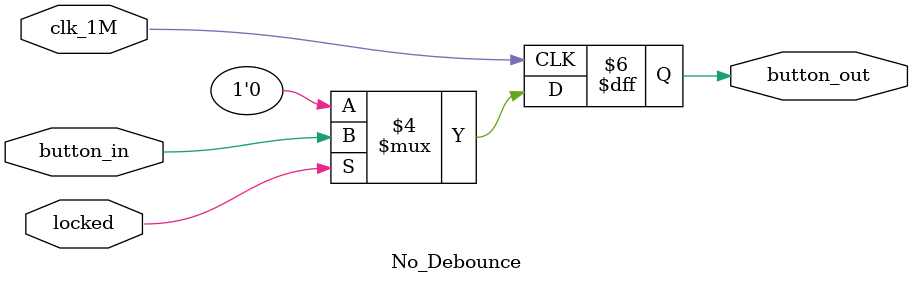
<source format=v>
module No_Debounce(
    input  clk_1M,      // clk is 1 MHz, 1 µs
    input  locked,      // Clocking Wizard, locked = 0 is unsafe, locked = 1 is safe
    input button_in,
    output reg button_out
);

    always@(posedge clk_1M) begin
        if(!locked)
            button_out <= 8'd0;
        else
            button_out <= button_in;
    end

endmodule
</source>
